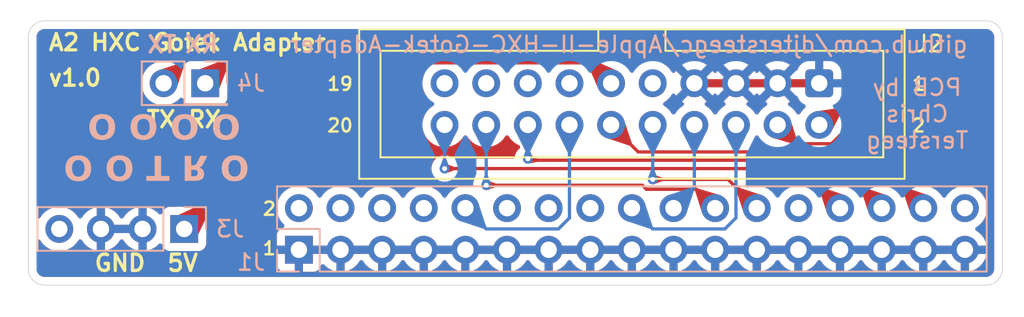
<source format=kicad_pcb>
(kicad_pcb (version 20240108) (generator "pcbnew") (generator_version "8.0")
  (title_block (title "Apple II HXC Gotek Adapter") (date "2024-12-02") (rev "v1.0") (company "Chris Tersteeg"))
  (layers (0 "F.Cu" signal) (31 "B.Cu" signal) (34 "B.Paste" user) (35 "F.Paste" user) (36 "B.SilkS" user "B.Silkscreen") (37 "F.SilkS" user "F.Silkscreen") (38 "B.Mask" user) (39 "F.Mask" user) (44 "Edge.Cuts" user))
  (net 0 "")
  (net 2 "GND")
  (net 3 "/PH3")
  (net 4 "/WRPROT")
  (net 8 "/WR")
  (net 9 "/RD")
  (net 10 "/SEL")
  (net 12 "/~{DRVEN}")
  (net 13 "/~{WREQ}")
  (net 15 "/PH2")
  (net 20 "+5V")
  (net 26 "/PH0-RX")
  (net 27 "/PH1-TX")
  (footprint "Connector_IDC:IDC-Header_2x10_P2.54mm_Vertical" (layer "F.Cu") (at 124.46 101.6 -90)
    (property "Reference" "J2" (at -2.413 -6.731 0) (layer "F.SilkS"))
    (property "Value" "Apple II IDC-20")
    (fp_line (start -3.29 28.07) (end -3.29 -5.21) (stroke (width 0.12)) (layer "F.SilkS"))
    (fp_line (start 5.83 28.07) (end -3.29 28.07) (stroke (width 0.12)) (layer "F.SilkS"))
    (fp_line (start -1.98 26.77) (end -1.98 13.48) (stroke (width 0.12)) (layer "F.SilkS"))
    (fp_line (start 4.52 26.77) (end -1.98 26.77) (stroke (width 0.12)) (layer "F.SilkS"))
    (fp_line (start -1.98 13.48) (end -3.29 13.48) (stroke (width 0.12)) (layer "F.SilkS"))
    (fp_line (start -1.98 13.48) (end -1.98 13.48) (stroke (width 0.12)) (layer "F.SilkS"))
    (fp_line (start -3.29 9.38) (end -1.98 9.38) (stroke (width 0.12)) (layer "F.SilkS"))
    (fp_line (start -1.98 9.38) (end -1.98 -3.91) (stroke (width 0.12)) (layer "F.SilkS"))
    (fp_line (start -1.98 -3.91) (end 4.52 -3.91) (stroke (width 0.12)) (layer "F.SilkS"))
    (fp_line (start 4.52 -3.91) (end 4.52 26.77) (stroke (width 0.12)) (layer "F.SilkS"))
    (fp_line (start -3.29 -5.21) (end 5.83 -5.21) (stroke (width 0.12)) (layer "F.SilkS"))
    (fp_line (start 5.83 -5.21) (end 5.83 28.07) (stroke (width 0.12)) (layer "F.SilkS"))
    (pad "1" thru_hole roundrect (at 0 0 270) (size 1.7 1.7) (drill 1) (layers "*.Cu" "*.Mask") (roundrect_rratio 0.147059) (net 2 "GND"))
    (pad "2" thru_hole circle (at 2.54 0 270) (size 1.7 1.7) (drill 1) (layers "*.Cu" "*.Mask") (net 26 "/PH0-RX"))
    (pad "3" thru_hole circle (at 0 2.54 270) (size 1.7 1.7) (drill 1) (layers "*.Cu" "*.Mask") (net 2 "GND"))
    (pad "4" thru_hole circle (at 2.54 2.54 270) (size 1.7 1.7) (drill 1) (layers "*.Cu" "*.Mask") (net 27 "/PH1-TX"))
    (pad "5" thru_hole circle (at 0 5.08 270) (size 1.7 1.7) (drill 1) (layers "*.Cu" "*.Mask") (net 2 "GND"))
    (pad "6" thru_hole circle (at 2.54 5.08 270) (size 1.7 1.7) (drill 1) (layers "*.Cu" "*.Mask") (net 15 "/PH2"))
    (pad "7" thru_hole circle (at 0 7.62 270) (size 1.7 1.7) (drill 1) (layers "*.Cu" "*.Mask") (net 2 "GND"))
    (pad "8" thru_hole circle (at 2.54 7.62 270) (size 1.7 1.7) (drill 1) (layers "*.Cu" "*.Mask") (net 3 "/PH3"))
    (pad "9" thru_hole circle (at 0 10.16 270) (size 1.7 1.7) (drill 1) (layers "*.Cu" "*.Mask"))
    (pad "10" thru_hole circle (at 2.54 10.16 270) (size 1.7 1.7) (drill 1) (layers "*.Cu" "*.Mask") (net 13 "/~{WREQ}"))
    (pad "11" thru_hole circle (at 0 12.7 270) (size 1.7 1.7) (drill 1) (layers "*.Cu" "*.Mask") (net 20 "+5V"))
    (pad "12" thru_hole circle (at 2.54 12.7 270) (size 1.7 1.7) (drill 1) (layers "*.Cu" "*.Mask") (net 10 "/SEL"))
    (pad "13" thru_hole circle (at 0 15.24 270) (size 1.7 1.7) (drill 1) (layers "*.Cu" "*.Mask"))
    (pad "14" thru_hole circle (at 2.54 15.24 270) (size 1.7 1.7) (drill 1) (layers "*.Cu" "*.Mask") (net 12 "/~{DRVEN}"))
    (pad "15" thru_hole circle (at 0 17.78 270) (size 1.7 1.7) (drill 1) (layers "*.Cu" "*.Mask"))
    (pad "16" thru_hole circle (at 2.54 17.78 270) (size 1.7 1.7) (drill 1) (layers "*.Cu" "*.Mask") (net 9 "/RD"))
    (pad "17" thru_hole circle (at 0 20.32 270) (size 1.7 1.7) (drill 1) (layers "*.Cu" "*.Mask"))
    (pad "18" thru_hole circle (at 2.54 20.32 270) (size 1.7 1.7) (drill 1) (layers "*.Cu" "*.Mask") (net 8 "/WR"))
    (pad "19" thru_hole circle (at 0 22.86 270) (size 1.7 1.7) (drill 1) (layers "*.Cu" "*.Mask"))
    (pad "20" thru_hole circle (at 2.54 22.86 270) (size 1.7 1.7) (drill 1) (layers "*.Cu" "*.Mask") (net 4 "/WRPROT"))
  )
  (footprint "Connector_PinHeader_2.54mm:PinHeader_2x01_P2.54mm_Vertical" (layer "B.Cu") (at 86.995 101.6 180)
    (property "Reference" "J4" (at -2.794 0 0) (layer "B.SilkS") (effects (justify mirror)))
    (property "Value" "UART")
    (fp_line (start 3.87 1.33) (end 1.27 1.33) (stroke (width 0.12)) (layer "B.SilkS"))
    (fp_line (start 3.87 -1.33) (end 3.87 1.33) (stroke (width 0.12)) (layer "B.SilkS"))
    (fp_line (start 3.87 -1.33) (end -1.33 -1.33) (stroke (width 0.12)) (layer "B.SilkS"))
    (fp_line (start 1.27 1.33) (end 1.27 -1.27) (stroke (width 0.12)) (layer "B.SilkS"))
    (fp_line (start 1.27 -1.27) (end -1.33 -1.27) (stroke (width 0.12)) (layer "B.SilkS"))
    (fp_line (start 0 1.33) (end -1.33 1.33) (stroke (width 0.12)) (layer "B.SilkS"))
    (fp_line (start -1.33 1.33) (end -1.33 0) (stroke (width 0.12)) (layer "B.SilkS"))
    (fp_line (start -1.33 -1.33) (end -1.33 -1.27) (stroke (width 0.12)) (layer "B.SilkS"))
    (pad "1" thru_hole rect (at 0 0 180) (size 1.7 1.7) (drill 1) (layers "*.Cu" "*.Mask") (net 26 "/PH0-RX"))
    (pad "2" thru_hole oval (at 2.54 0 180) (size 1.7 1.7) (drill 1) (layers "*.Cu" "*.Mask") (net 27 "/PH1-TX"))
  )
  (footprint "Connector_PinSocket_2.54mm:PinSocket_1x04_P2.54mm_Vertical" (layer "B.Cu") (at 85.71 110.49 90)
    (property "Reference" "J3" (at 0 2.809 0) (layer "B.SilkS") (effects (justify mirror)))
    (property "Value" "Gotek Power")
    (fp_line (start 1.33 -8.95) (end -1.33 -8.95) (stroke (width 0.12)) (layer "B.SilkS"))
    (fp_line (start 1.33 -8.95) (end 1.33 -1.27) (stroke (width 0.12)) (layer "B.SilkS"))
    (fp_line (start -1.33 -8.95) (end -1.33 -1.27) (stroke (width 0.12)) (layer "B.SilkS"))
    (fp_line (start 1.33 -1.27) (end -1.33 -1.27) (stroke (width 0.12)) (layer "B.SilkS"))
    (fp_line (start 1.33 0) (end 1.33 1.33) (stroke (width 0.12)) (layer "B.SilkS"))
    (fp_line (start 1.33 1.33) (end 0 1.33) (stroke (width 0.12)) (layer "B.SilkS"))
    (pad "1" thru_hole rect (at 0 0 90) (size 1.7 1.7) (drill 1) (layers "*.Cu" "*.Mask") (net 20 "+5V"))
    (pad "2" thru_hole oval (at 0 -2.54 90) (size 1.7 1.7) (drill 1) (layers "*.Cu" "*.Mask") (net 2 "GND"))
    (pad "3" thru_hole oval (at 0 -5.08 90) (size 1.7 1.7) (drill 1) (layers "*.Cu" "*.Mask") (net 2 "GND"))
    (pad "4" thru_hole oval (at 0 -7.62 90) (size 1.7 1.7) (drill 1) (layers "*.Cu" "*.Mask"))
  )
  (footprint "Connector_PinSocket_2.54mm:PinSocket_2x17_P2.54mm_Vertical" (layer "B.Cu") (at 92.71 111.76 -90)
    (property "Reference" "J1" (at 0.762 2.921 180) (layer "B.SilkS") (effects (justify mirror)))
    (property "Value" "Gotek IDC-34")
    (fp_line (start -1.27 1.33) (end -3.87 1.33) (stroke (width 0.12)) (layer "B.SilkS"))
    (fp_line (start 1.33 1.33) (end 0 1.33) (stroke (width 0.12)) (layer "B.SilkS"))
    (fp_line (start 1.33 0) (end 1.33 1.33) (stroke (width 0.12)) (layer "B.SilkS"))
    (fp_line (start -1.27 -1.27) (end -1.27 1.33) (stroke (width 0.12)) (layer "B.SilkS"))
    (fp_line (start 1.33 -1.27) (end -1.27 -1.27) (stroke (width 0.12)) (layer "B.SilkS"))
    (fp_line (start -3.87 -41.97) (end -3.87 1.33) (stroke (width 0.12)) (layer "B.SilkS"))
    (fp_line (start 1.33 -41.97) (end 1.33 -1.27) (stroke (width 0.12)) (layer "B.SilkS"))
    (fp_line (start 1.33 -41.97) (end -3.87 -41.97) (stroke (width 0.12)) (layer "B.SilkS"))
    (pad "1" thru_hole rect (at 0 0 270) (size 1.7 1.7) (drill 1) (layers "*.Cu" "*.Mask") (net 2 "GND"))
    (pad "2" thru_hole oval (at -2.54 0 270) (size 1.7 1.7) (drill 1) (layers "*.Cu" "*.Mask"))
    (pad "3" thru_hole oval (at 0 -2.54 270) (size 1.7 1.7) (drill 1) (layers "*.Cu" "*.Mask") (net 2 "GND"))
    (pad "4" thru_hole oval (at -2.54 -2.54 270) (size 1.7 1.7) (drill 1) (layers "*.Cu" "*.Mask"))
    (pad "5" thru_hole oval (at 0 -5.08 270) (size 1.7 1.7) (drill 1) (layers "*.Cu" "*.Mask") (net 2 "GND"))
    (pad "6" thru_hole oval (at -2.54 -5.08 270) (size 1.7 1.7) (drill 1) (layers "*.Cu" "*.Mask"))
    (pad "7" thru_hole oval (at 0 -7.62 270) (size 1.7 1.7) (drill 1) (layers "*.Cu" "*.Mask") (net 2 "GND"))
    (pad "8" thru_hole oval (at -2.54 -7.62 270) (size 1.7 1.7) (drill 1) (layers "*.Cu" "*.Mask"))
    (pad "9" thru_hole oval (at 0 -10.16 270) (size 1.7 1.7) (drill 1) (layers "*.Cu" "*.Mask") (net 2 "GND"))
    (pad "10" thru_hole oval (at -2.54 -10.16 270) (size 1.7 1.7) (drill 1) (layers "*.Cu" "*.Mask") (net 12 "/~{DRVEN}"))
    (pad "11" thru_hole oval (at 0 -12.7 270) (size 1.7 1.7) (drill 1) (layers "*.Cu" "*.Mask") (net 2 "GND"))
    (pad "12" thru_hole oval (at -2.54 -12.7 270) (size 1.7 1.7) (drill 1) (layers "*.Cu" "*.Mask"))
    (pad "13" thru_hole oval (at 0 -15.24 270) (size 1.7 1.7) (drill 1) (layers "*.Cu" "*.Mask") (net 2 "GND"))
    (pad "14" thru_hole oval (at -2.54 -15.24 270) (size 1.7 1.7) (drill 1) (layers "*.Cu" "*.Mask"))
    (pad "15" thru_hole oval (at 0 -17.78 270) (size 1.7 1.7) (drill 1) (layers "*.Cu" "*.Mask") (net 2 "GND"))
    (pad "16" thru_hole oval (at -2.54 -17.78 270) (size 1.7 1.7) (drill 1) (layers "*.Cu" "*.Mask"))
    (pad "17" thru_hole oval (at 0 -20.32 270) (size 1.7 1.7) (drill 1) (layers "*.Cu" "*.Mask") (net 2 "GND"))
    (pad "18" thru_hole oval (at -2.54 -20.32 270) (size 1.7 1.7) (drill 1) (layers "*.Cu" "*.Mask") (net 15 "/PH2"))
    (pad "19" thru_hole oval (at 0 -22.86 270) (size 1.7 1.7) (drill 1) (layers "*.Cu" "*.Mask") (net 2 "GND"))
    (pad "20" thru_hole oval (at -2.54 -22.86 270) (size 1.7 1.7) (drill 1) (layers "*.Cu" "*.Mask") (net 3 "/PH3"))
    (pad "21" thru_hole oval (at 0 -25.4 270) (size 1.7 1.7) (drill 1) (layers "*.Cu" "*.Mask") (net 2 "GND"))
    (pad "22" thru_hole oval (at -2.54 -25.4 270) (size 1.7 1.7) (drill 1) (layers "*.Cu" "*.Mask") (net 8 "/WR"))
    (pad "23" thru_hole oval (at 0 -27.94 270) (size 1.7 1.7) (drill 1) (layers "*.Cu" "*.Mask") (net 2 "GND"))
    (pad "24" thru_hole oval (at -2.54 -27.94 270) (size 1.7 1.7) (drill 1) (layers "*.Cu" "*.Mask") (net 13 "/~{WREQ}"))
    (pad "25" thru_hole oval (at 0 -30.48 270) (size 1.7 1.7) (drill 1) (layers "*.Cu" "*.Mask") (net 2 "GND"))
    (pad "26" thru_hole oval (at -2.54 -30.48 270) (size 1.7 1.7) (drill 1) (layers "*.Cu" "*.Mask"))
    (pad "27" thru_hole oval (at 0 -33.02 270) (size 1.7 1.7) (drill 1) (layers "*.Cu" "*.Mask") (net 2 "GND"))
    (pad "28" thru_hole oval (at -2.54 -33.02 270) (size 1.7 1.7) (drill 1) (layers "*.Cu" "*.Mask") (net 4 "/WRPROT"))
    (pad "29" thru_hole oval (at 0 -35.56 270) (size 1.7 1.7) (drill 1) (layers "*.Cu" "*.Mask") (net 2 "GND"))
    (pad "30" thru_hole oval (at -2.54 -35.56 270) (size 1.7 1.7) (drill 1) (layers "*.Cu" "*.Mask") (net 9 "/RD"))
    (pad "31" thru_hole oval (at 0 -38.1 270) (size 1.7 1.7) (drill 1) (layers "*.Cu" "*.Mask") (net 2 "GND"))
    (pad "32" thru_hole oval (at -2.54 -38.1 270) (size 1.7 1.7) (drill 1) (layers "*.Cu" "*.Mask") (net 10 "/SEL"))
    (pad "33" thru_hole oval (at 0 -40.64 270) (size 1.7 1.7) (drill 1) (layers "*.Cu" "*.Mask") (net 2 "GND"))
    (pad "34" thru_hole oval (at -2.54 -40.64 270) (size 1.7 1.7) (drill 1) (layers "*.Cu" "*.Mask"))
  )
  (gr_line (start 135.636 98.79) (end 135.636 112.919) (stroke (width 0.05)) (layer "Edge.Cuts"))
  (gr_line (start 76.2 112.919) (end 76.2 98.79) (stroke (width 0.05)) (layer "Edge.Cuts"))
  (gr_arc (start 135.636 112.919) (mid 135.343107 113.626107) (end 134.636 113.919) (stroke (width 0.05)) (layer "Edge.Cuts"))
  (gr_line (start 134.636 113.919) (end 77.2 113.919) (stroke (width 0.05)) (layer "Edge.Cuts"))
  (gr_line (start 77.2 97.79) (end 134.636 97.79) (stroke (width 0.05)) (layer "Edge.Cuts"))
  (gr_arc (start 77.2 113.919) (mid 76.492893 113.626107) (end 76.2 112.919) (stroke (width 0.05)) (layer "Edge.Cuts"))
  (gr_arc (start 134.636 97.79) (mid 135.343107 98.082893) (end 135.636 98.79) (stroke (width 0.05)) (layer "Edge.Cuts"))
  (gr_arc (start 76.2 98.79) (mid 76.492893 98.082893) (end 77.2 97.79) (stroke (width 0.05)) (layer "Edge.Cuts"))
  (gr_text "PCB by\nChris\nTersteeg" (at 130.429 105.664 0) (layer "B.SilkS") (effects (font (size 1 1)) (justify bottom mirror)))
  (gr_text "RX" (at 87.884 99.822 0) (layer "B.SilkS") (effects (font (size 1 1) (thickness 0.2) (bold yes)) (justify left bottom mirror)))
  (gr_text "O O T R O\n  O O O O" (at 78.359 103.251 180) (layer "B.SilkS") (effects (font (size 1.5 1.5) (thickness 0.25) (bold yes)) (justify left bottom mirror)))
  (gr_text "TX" (at 85.344 99.822 0) (layer "B.SilkS") (effects (font (size 1 1) (thickness 0.2) (bold yes)) (justify left bottom mirror)))
  (gr_text "github.com/djtersteegc/Apple-II-HXC-Gotek-Adapter" (at 133.604 99.822 0) (layer "B.SilkS") (effects (font (size 1 1)) (justify left bottom mirror)))
  (gr_text "1" (at 90.424 112.141 0) (layer "F.SilkS") (effects (font (size 0.8 0.8) (thickness 0.15) (bold yes)) (justify left bottom)))
  (gr_text "A2 HXC Gotek Adapter" (at 77.343 99.695 0) (layer "F.SilkS") (effects (font (size 1 1) (thickness 0.2) (bold yes)) (justify left bottom)))
  (gr_text "GND" (at 80.137 113.157 0) (layer "F.SilkS") (effects (font (size 1 1) (thickness 0.2) (bold yes)) (justify left bottom)))
  (gr_text "20" (at 94.361 104.648 0) (layer "F.SilkS") (effects (font (size 0.8 0.8) (thickness 0.15) (bold yes)) (justify left bottom)))
  (gr_text "5V" (at 84.582 113.157 0) (layer "F.SilkS") (effects (font (size 1 1) (thickness 0.2) (bold yes)) (justify left bottom)))
  (gr_text "RX" (at 85.852 104.394 0) (layer "F.SilkS") (effects (font (size 1 1) (thickness 0.2) (bold yes)) (justify left bottom)))
  (gr_text "1" (at 130.048 102.108 0) (layer "F.SilkS") (effects (font (size 0.8 0.8) (thickness 0.15) (bold yes)) (justify left bottom)))
  (gr_text "19" (at 94.361 102.108 0) (layer "F.SilkS") (effects (font (size 0.8 0.8) (thickness 0.15) (bold yes)) (justify left bottom)))
  (gr_text "TX" (at 83.312 104.394 0) (layer "F.SilkS") (effects (font (size 1 1) (thickness 0.2) (bold yes)) (justify left bottom)))
  (gr_text "v1.0" (at 77.343 101.854 0) (layer "F.SilkS") (effects (font (size 1 1) (thickness 0.2) (bold yes)) (justify left bottom)))
  (gr_text "2" (at 130.048 104.648 0) (layer "F.SilkS") (effects (font (size 0.8 0.8) (thickness 0.15) (bold yes)) (justify left bottom)))
  (gr_text "2" (at 90.424 109.728 0) (layer "F.SilkS") (effects (font (size 0.8 0.8) (thickness 0.15) (bold yes)) (justify left bottom)))
  (segment (start 116.84 101.6) (end 124.46 101.6) (width 0.5) (layer "F.Cu") (net 2))
  (segment (start 115.57 109.22) (end 116.84 107.95) (width 0.2) (layer "B.Cu") (net 3))
  (segment (start 116.84 107.95) (end 116.84 104.14) (width 0.2) (layer "B.Cu") (net 3))
  (segment (start 123.317 106.807) (end 101.6 106.807) (width 0.2) (layer "F.Cu") (net 4))
  (segment (start 125.73 109.22) (end 123.317 106.807) (width 0.2) (layer "F.Cu") (net 4))
  (via (at 101.6 106.807) (size 0.6) (drill 0.3) (layers "F.Cu" "B.Cu") (net 4))
  (segment (start 101.6 106.807) (end 101.6 104.14) (width 0.2) (layer "B.Cu") (net 4))
  (segment (start 113.671236 107.823) (end 113.918236 108.07) (width 0.2) (layer "F.Cu") (net 8))
  (segment (start 116.96 108.07) (end 118.11 109.22) (width 0.2) (layer "F.Cu") (net 8))
  (segment (start 104.14 107.823) (end 113.671236 107.823) (width 0.2) (layer "F.Cu") (net 8))
  (segment (start 113.918236 108.07) (end 116.96 108.07) (width 0.2) (layer "F.Cu") (net 8))
  (via (at 104.14 107.823) (size 0.6) (drill 0.3) (layers "F.Cu" "B.Cu") (net 8))
  (segment (start 104.14 107.823) (end 104.14 104.14) (width 0.2) (layer "B.Cu") (net 8))
  (segment (start 106.772 106.299) (end 106.68 106.207) (width 0.2) (layer "F.Cu") (net 9))
  (segment (start 125.349 106.299) (end 106.772 106.299) (width 0.2) (layer "F.Cu") (net 9))
  (segment (start 128.27 109.22) (end 125.349 106.299) (width 0.2) (layer "F.Cu") (net 9))
  (via (at 106.68 106.207) (size 0.6) (drill 0.3) (layers "F.Cu" "B.Cu") (net 9))
  (segment (start 106.68 106.207) (end 106.68 104.14) (width 0.2) (layer "B.Cu") (net 9))
  (segment (start 113.411 105.791) (end 111.76 104.14) (width 0.2) (layer "F.Cu") (net 10))
  (segment (start 130.81 109.22) (end 127.381 105.791) (width 0.2) (layer "F.Cu") (net 10))
  (segment (start 127.381 105.791) (end 113.411 105.791) (width 0.2) (layer "F.Cu") (net 10))
  (segment (start 108.546346 110.49) (end 109.22 109.816346) (width 0.2) (layer "B.Cu") (net 12))
  (segment (start 109.22 109.816346) (end 109.22 104.14) (width 0.2) (layer "B.Cu") (net 12))
  (segment (start 104.14 110.49) (end 108.546346 110.49) (width 0.2) (layer "B.Cu") (net 12))
  (segment (start 102.87 109.22) (end 104.14 110.49) (width 0.2) (layer "B.Cu") (net 12))
  (segment (start 118.9 107.47) (end 114.3 107.47) (width 0.2) (layer "F.Cu") (net 13))
  (segment (start 120.65 109.22) (end 118.9 107.47) (width 0.2) (layer "F.Cu") (net 13))
  (via (at 114.3 107.47) (size 0.6) (drill 0.3) (layers "F.Cu" "B.Cu") (net 13))
  (segment (start 114.3 107.47) (end 114.3 104.14) (width 0.2) (layer "B.Cu") (net 13))
  (segment (start 113.03 109.22) (end 114.3 110.49) (width 0.2) (layer "B.Cu") (net 15))
  (segment (start 118.706346 110.49) (end 119.38 109.816346) (width 0.2) (layer "B.Cu") (net 15))
  (segment (start 119.38 109.816346) (end 119.38 104.14) (width 0.2) (layer "B.Cu") (net 15))
  (segment (start 114.3 110.49) (end 118.706346 110.49) (width 0.2) (layer "B.Cu") (net 15))
  (segment (start 110.363 100.203) (end 95.997 100.203) (width 0.5) (layer "F.Cu") (net 20))
  (segment (start 95.997 100.203) (end 85.71 110.49) (width 0.5) (layer "F.Cu") (net 20))
  (segment (start 111.76 101.6) (end 110.363 100.203) (width 0.5) (layer "F.Cu") (net 20))
  (segment (start 124.86 99.587) (end 89.008 99.587) (width 0.2) (layer "F.Cu") (net 26))
  (segment (start 124.46 104.14) (end 124.841 104.14) (width 0.2) (layer "F.Cu") (net 26))
  (segment (start 126.092 100.819) (end 124.86 99.587) (width 0.2) (layer "F.Cu") (net 26))
  (segment (start 89.008 99.587) (end 86.995 101.6) (width 0.2) (layer "F.Cu") (net 26))
  (segment (start 124.841 104.14) (end 126.092 102.889) (width 0.2) (layer "F.Cu") (net 26))
  (segment (start 126.092 102.889) (end 126.092 100.819) (width 0.2) (layer "F.Cu") (net 26))
  (segment (start 126.619 100.457) (end 125.349 99.187) (width 0.2) (layer "F.Cu") (net 27))
  (segment (start 121.92 104.14) (end 123.07 105.29) (width 0.2) (layer "F.Cu") (net 27))
  (segment (start 125.349 99.187) (end 86.868 99.187) (width 0.2) (layer "F.Cu") (net 27))
  (segment (start 123.07 105.29) (end 125.215 105.29) (width 0.2) (layer "F.Cu") (net 27))
  (segment (start 126.619 103.886) (end 126.619 100.457) (width 0.2) (layer "F.Cu") (net 27))
  (segment (start 86.868 99.187) (end 84.455 101.6) (width 0.2) (layer "F.Cu") (net 27))
  (segment (start 125.215 105.29) (end 126.619 103.886) (width 0.2) (layer "F.Cu") (net 27))
  (zone (net 2) (net_name "GND") (layers "F&B.Cu") (connect_pads (clearance 0.5)) (min_thickness 0.25) (fill yes (thermal_gap 0.5) (thermal_bridge_width 0.5))
    (polygon (pts (xy 74.93 96.52) (xy 136.525 96.52) (xy 136.525 114.935) (xy 74.93 114.935)))
  )
)
</source>
